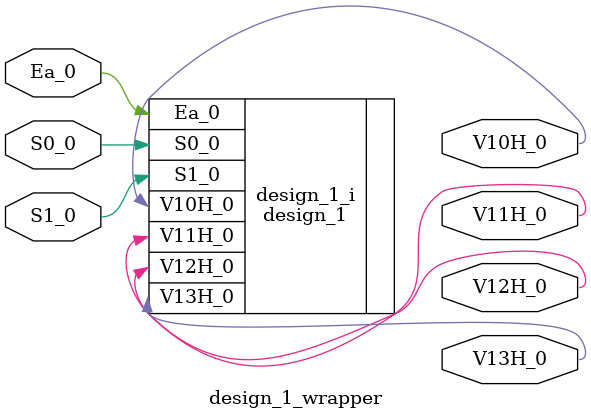
<source format=v>
`timescale 1 ps / 1 ps

module design_1_wrapper
   (Ea_0,
    S0_0,
    S1_0,
    V10H_0,
    V11H_0,
    V12H_0,
    V13H_0);
  input [0:0]Ea_0;
  input S0_0;
  input S1_0;
  output [0:0]V10H_0;
  output [0:0]V11H_0;
  output [0:0]V12H_0;
  output [0:0]V13H_0;

  wire [0:0]Ea_0;
  wire S0_0;
  wire S1_0;
  wire [0:0]V10H_0;
  wire [0:0]V11H_0;
  wire [0:0]V12H_0;
  wire [0:0]V13H_0;

  design_1 design_1_i
       (.Ea_0(Ea_0),
        .S0_0(S0_0),
        .S1_0(S1_0),
        .V10H_0(V10H_0),
        .V11H_0(V11H_0),
        .V12H_0(V12H_0),
        .V13H_0(V13H_0));
endmodule

</source>
